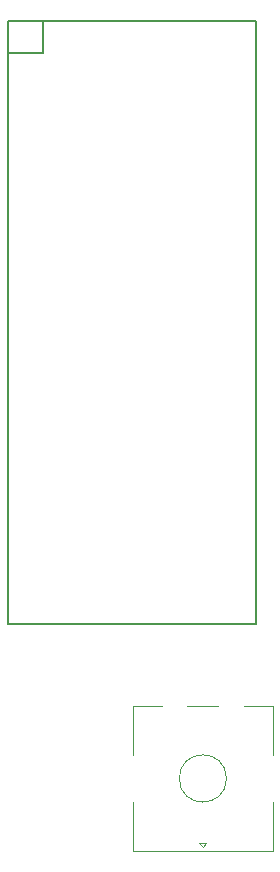
<source format=gbr>
%TF.GenerationSoftware,KiCad,Pcbnew,7.0.8*%
%TF.CreationDate,2024-01-28T12:44:37+07:00*%
%TF.ProjectId,pcb,7063622e-6b69-4636-9164-5f7063625858,rev?*%
%TF.SameCoordinates,Original*%
%TF.FileFunction,Legend,Top*%
%TF.FilePolarity,Positive*%
%FSLAX46Y46*%
G04 Gerber Fmt 4.6, Leading zero omitted, Abs format (unit mm)*
G04 Created by KiCad (PCBNEW 7.0.8) date 2024-01-28 12:44:37*
%MOMM*%
%LPD*%
G01*
G04 APERTURE LIST*
%ADD10C,0.150000*%
%ADD11C,0.120000*%
G04 APERTURE END LIST*
D10*
%TO.C,U1*%
X344940000Y-98195000D02*
X344940000Y-149195000D01*
X344940000Y-98195000D02*
X365940000Y-98195000D01*
X344940000Y-100862000D02*
X347947000Y-100862000D01*
X347947000Y-100862000D02*
X347947000Y-98195000D01*
X365940000Y-98195000D02*
X365940000Y-149195000D01*
X365940000Y-149195000D02*
X344940000Y-149195000D01*
D11*
%TO.C,en_co1*%
X363475000Y-162315000D02*
G75*
G03*
X363475000Y-162315000I-2000000J0D01*
G01*
X367375000Y-164315000D02*
X367375000Y-168415000D01*
X367375000Y-156215000D02*
X367375000Y-160315000D01*
X364975000Y-156215000D02*
X367375000Y-156215000D01*
X361775000Y-167815000D02*
X361475000Y-168115000D01*
X361475000Y-168115000D02*
X361175000Y-167815000D01*
X361175000Y-167815000D02*
X361775000Y-167815000D01*
X360175000Y-156215000D02*
X362775000Y-156215000D01*
X355575000Y-168415000D02*
X367375000Y-168415000D01*
X355575000Y-164315000D02*
X355575000Y-168415000D01*
X355575000Y-160315000D02*
X355575000Y-156215000D01*
X355575000Y-156215000D02*
X357975000Y-156215000D01*
%TD*%
M02*

</source>
